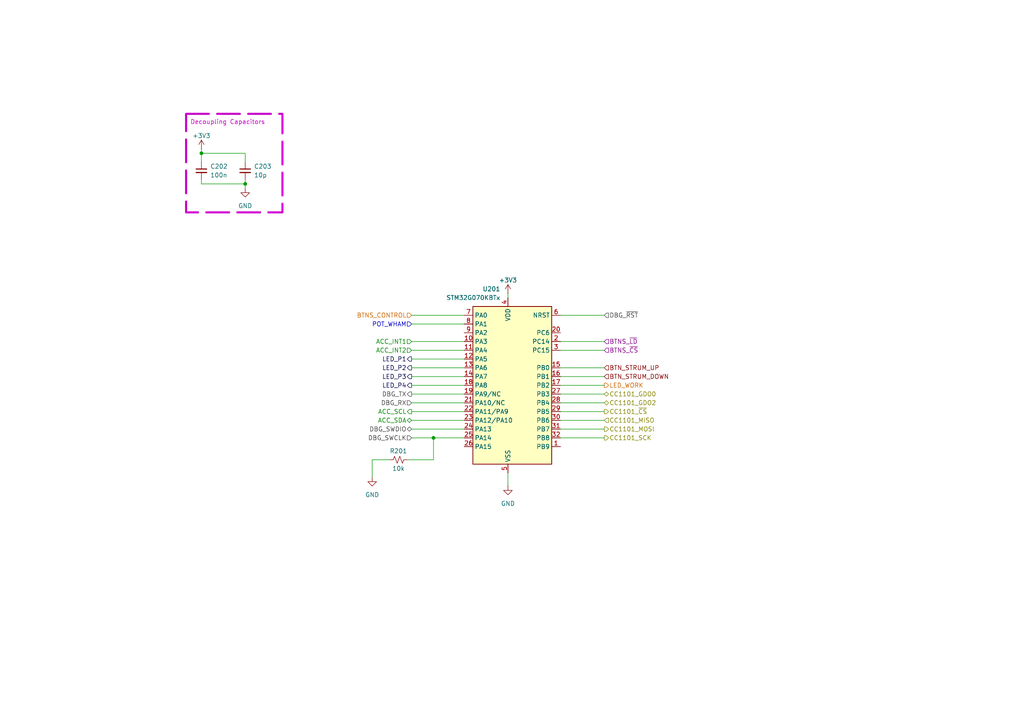
<source format=kicad_sch>
(kicad_sch (version 20231120) (generator "eeschema") (generator_version "8.0")
  (paper "A4")
  (title_block (title "Project Antares - Transmitter Schematic") (date "2024-08-23") (rev "1.0.2") (company "Ourobors Embedded Development") (comment 1 "Pablo Jean Rozario"))
  (lib_symbols
    (symbol "Device:C_Small" (pin_numbers hide) (pin_names (offset 0.254) hide)
      (property "Reference" "C" (at 0.254 1.778 0))
      (property "Value" "C_Small" (at 0.254 -2.032 0))
      (symbol "C_Small_0_1"
        (polyline (pts (xy -1.524 -0.508) (xy 1.524 -0.508)) (stroke (width 0.3302)))
        (polyline (pts (xy -1.524 0.508) (xy 1.524 0.508)) (stroke (width 0.3048)))
      )
      (symbol "C_Small_1_1"
        (pin passive line (at 0 2.54 270) (length 2.032) (name "~") (number "1"))
        (pin passive line (at 0 -2.54 90) (length 2.032) (name "~") (number "2"))
      )
    )
    (symbol "Device:R_Small_US" (pin_numbers hide) (pin_names (offset 0.254) hide)
      (property "Reference" "R" (at 0.762 0.508 0))
      (property "Value" "R_Small_US" (at 0.762 -1.016 0))
      (symbol "R_Small_US_1_1"
        (polyline (pts (xy 0 0) (xy 1.016 -0.381) (xy 0 -0.762) (xy -1.016 -1.143) (xy 0 -1.524)))
        (polyline (pts (xy 0 1.524) (xy 1.016 1.143) (xy 0 0.762) (xy -1.016 0.381) (xy 0 0)))
        (pin passive line (at 0 2.54 270) (length 1.016) (name "~") (number "1"))
        (pin passive line (at 0 -2.54 90) (length 1.016) (name "~") (number "2"))
      )
    )
    (symbol "MCU_ST_STM32G0:STM32G070KBTx"
      (property "Reference" "U" (at -10.16 24.13 0))
      (property "Value" "STM32G070KBTx" (at 5.08 24.13 0))
      (symbol "STM32G070KBTx_0_1"
        (rectangle (start -10.16 -22.86) (end 12.7 22.86) (stroke (width 0.254)) (fill (type background)))
      )
      (symbol "STM32G070KBTx_1_1"
        (pin bidirectional line (at -12.7 -17.78 0) (length 2.54) (name "PB9") (number "1"))
        (pin bidirectional line (at 15.24 12.7 180) (length 2.54) (name "PA3") (number "10"))
        (pin bidirectional line (at 15.24 10.16 180) (length 2.54) (name "PA4") (number "11"))
        (pin bidirectional line (at 15.24 7.62 180) (length 2.54) (name "PA5") (number "12"))
        (pin bidirectional line (at 15.24 5.08 180) (length 2.54) (name "PA6") (number "13"))
        (pin bidirectional line (at 15.24 2.54 180) (length 2.54) (name "PA7") (number "14"))
        (pin bidirectional line (at -12.7 5.08 0) (length 2.54) (name "PB0") (number "15"))
        (pin bidirectional line (at -12.7 2.54 0) (length 2.54) (name "PB1") (number "16"))
        (pin bidirectional line (at -12.7 0 0) (length 2.54) (name "PB2") (number "17"))
        (pin bidirectional line (at 15.24 0 180) (length 2.54) (name "PA8") (number "18"))
        (pin bidirectional line (at 15.24 -2.54 180) (length 2.54) (name "PA9/NC") (number "19"))
        (pin bidirectional line (at -12.7 12.7 0) (length 2.54) (name "PC14") (number "2"))
        (pin bidirectional line (at -12.7 15.24 0) (length 2.54) (name "PC6") (number "20"))
        (pin bidirectional line (at 15.24 -5.08 180) (length 2.54) (name "PA10/NC") (number "21"))
        (pin bidirectional line (at 15.24 -7.62 180) (length 2.54) (name "PA11/PA9") (number "22"))
        (pin bidirectional line (at 15.24 -10.16 180) (length 2.54) (name "PA12/PA10") (number "23"))
        (pin bidirectional line (at 15.24 -12.7 180) (length 2.54) (name "PA13") (number "24"))
        (pin bidirectional line (at 15.24 -15.24 180) (length 2.54) (name "PA14") (number "25"))
        (pin bidirectional line (at 15.24 -17.78 180) (length 2.54) (name "PA15") (number "26"))
        (pin bidirectional line (at -12.7 -2.54 0) (length 2.54) (name "PB3") (number "27"))
        (pin bidirectional line (at -12.7 -5.08 0) (length 2.54) (name "PB4") (number "28"))
        (pin bidirectional line (at -12.7 -7.62 0) (length 2.54) (name "PB5") (number "29"))
        (pin bidirectional line (at -12.7 10.16 0) (length 2.54) (name "PC15") (number "3"))
        (pin bidirectional line (at -12.7 -10.16 0) (length 2.54) (name "PB6") (number "30"))
        (pin bidirectional line (at -12.7 -12.7 0) (length 2.54) (name "PB7") (number "31"))
        (pin bidirectional line (at -12.7 -15.24 0) (length 2.54) (name "PB8") (number "32"))
        (pin power_in line (at 2.54 25.4 270) (length 2.54) (name "VDD") (number "4"))
        (pin power_in line (at 2.54 -25.4 90) (length 2.54) (name "VSS") (number "5"))
        (pin input line (at -12.7 20.32 0) (length 2.54) (name "NRST") (number "6"))
        (pin bidirectional line (at 15.24 20.32 180) (length 2.54) (name "PA0") (number "7"))
        (pin bidirectional line (at 15.24 17.78 180) (length 2.54) (name "PA1") (number "8"))
        (pin bidirectional line (at 15.24 15.24 180) (length 2.54) (name "PA2") (number "9"))
      )
    )
    (symbol "power:+3V3" (power) (pin_numbers hide) (pin_names (offset 0) hide)
      (property "Value" "+3V3" (at 0 3.556 0))
      (symbol "+3V3_0_1"
        (polyline (pts (xy -0.762 1.27) (xy 0 2.54)))
        (polyline (pts (xy 0 0) (xy 0 2.54)))
        (polyline (pts (xy 0 2.54) (xy 0.762 1.27)))
      )
      (symbol "+3V3_1_1"
        (pin power_in line (at 0 0 90) (length 0) (name "~") (number "1"))
      )
    )
    (symbol "power:GND" (power) (pin_numbers hide) (pin_names (offset 0) hide)
      (property "Value" "GND" (at 0 -3.81 0))
      (symbol "GND_0_1"
        (polyline (pts (xy 0 0) (xy 0 -1.27) (xy 1.27 -1.27) (xy 0 -2.54) (xy -1.27 -1.27) (xy 0 -1.27)))
      )
      (symbol "GND_1_1"
        (pin power_in line (at 0 0 270) (length 0) (name "~") (number "1"))
      )
    )
  )
  (junction (at 71.12 53.34))
  (junction (at 125.73 127))
  (junction (at 58.42 44.45))
  (wire (pts (xy 119.38 104.14) (xy 134.62 104.14)))
  (wire (pts (xy 162.56 121.92) (xy 175.26 121.92)))
  (wire (pts (xy 147.32 137.16) (xy 147.32 140.97)))
  (wire (pts (xy 119.38 114.3) (xy 134.62 114.3)))
  (wire (pts (xy 119.38 119.38) (xy 134.62 119.38)))
  (wire (pts (xy 162.56 127) (xy 175.26 127)))
  (wire (pts (xy 58.42 44.45) (xy 58.42 46.99)))
  (wire (pts (xy 162.56 91.44) (xy 175.26 91.44)))
  (wire (pts (xy 119.38 121.92) (xy 134.62 121.92)))
  (wire (pts (xy 71.12 46.99) (xy 71.12 44.45)))
  (wire (pts (xy 119.38 91.44) (xy 134.62 91.44)))
  (wire (pts (xy 119.38 109.22) (xy 134.62 109.22)))
  (wire (pts (xy 119.38 93.98) (xy 134.62 93.98)))
  (wire (pts (xy 71.12 53.34) (xy 71.12 54.61)))
  (wire (pts (xy 125.73 127) (xy 134.62 127)))
  (wire (pts (xy 162.56 106.68) (xy 175.26 106.68)))
  (wire (pts (xy 107.95 133.35) (xy 107.95 138.43)))
  (wire (pts (xy 58.42 52.07) (xy 58.42 53.34)))
  (wire (pts (xy 162.56 124.46) (xy 175.26 124.46)))
  (wire (pts (xy 162.56 114.3) (xy 175.26 114.3)))
  (wire (pts (xy 162.56 119.38) (xy 175.26 119.38)))
  (wire (pts (xy 162.56 101.6) (xy 175.26 101.6)))
  (wire (pts (xy 119.38 111.76) (xy 134.62 111.76)))
  (wire (pts (xy 71.12 53.34) (xy 58.42 53.34)))
  (wire (pts (xy 162.56 116.84) (xy 175.26 116.84)))
  (wire (pts (xy 71.12 52.07) (xy 71.12 53.34)))
  (wire (pts (xy 162.56 111.76) (xy 175.26 111.76)))
  (wire (pts (xy 71.12 44.45) (xy 58.42 44.45)))
  (wire (pts (xy 119.38 106.68) (xy 134.62 106.68)))
  (wire (pts (xy 113.03 133.35) (xy 107.95 133.35)))
  (wire (pts (xy 58.42 43.18) (xy 58.42 44.45)))
  (wire (pts (xy 119.38 99.06) (xy 134.62 99.06)))
  (wire (pts (xy 162.56 109.22) (xy 175.26 109.22)))
  (wire (pts (xy 118.11 133.35) (xy 125.73 133.35)))
  (wire (pts (xy 119.38 127) (xy 125.73 127)))
  (wire (pts (xy 147.32 85.09) (xy 147.32 86.36)))
  (wire (pts (xy 119.38 101.6) (xy 134.62 101.6)))
  (wire (pts (xy 119.38 116.84) (xy 134.62 116.84)))
  (wire (pts (xy 119.38 124.46) (xy 134.62 124.46)))
  (wire (pts (xy 162.56 99.06) (xy 175.26 99.06)))
  (wire (pts (xy 125.73 133.35) (xy 125.73 127)))
  (rectangle (start 53.975 33.02) (end 81.915 61.595) (stroke (width 0.6) (type dash) (color 194 0 194 1)))
  (text "Decoupling Capacitors" (at 66.04 35.56 0) (effects (font (size 1.27 1.27))))
  (hierarchical_label "CC1101_MISO" (shape input) (at 175.26 121.92 0))
  (hierarchical_label "DBG_TX" (shape output) (at 119.38 114.3 180))
  (hierarchical_label "LED_P4" (shape output) (at 119.38 111.76 180))
  (hierarchical_label "BTNS_~{CS}" (shape input) (at 175.26 101.6 0))
  (hierarchical_label "CC1101_~{CS}" (shape output) (at 175.26 119.38 0))
  (hierarchical_label "DBG_RX" (shape input) (at 119.38 116.84 180))
  (hierarchical_label "CC1101_SCK" (shape output) (at 175.26 127 0))
  (hierarchical_label "BTNS_CONTROL" (shape input) (at 119.38 91.44 180))
  (hierarchical_label "CC1101_MOSI" (shape output) (at 175.26 124.46 0))
  (hierarchical_label "LED_WORK" (shape output) (at 175.26 111.76 0))
  (hierarchical_label "DBG_SWCLK" (shape input) (at 119.38 127 180))
  (hierarchical_label "LED_P2" (shape output) (at 119.38 106.68 180))
  (hierarchical_label "LED_P1" (shape output) (at 119.38 104.14 180))
  (hierarchical_label "ACC_SCL" (shape output) (at 119.38 119.38 180))
  (hierarchical_label "DBG_~{RST}" (shape input) (at 175.26 91.44 0))
  (hierarchical_label "BTN_STRUM_UP" (shape input) (at 175.26 106.68 0))
  (hierarchical_label "DBG_SWDIO" (shape bidirectional) (at 119.38 124.46 180))
  (hierarchical_label "ACC_SDA" (shape bidirectional) (at 119.38 121.92 180))
  (hierarchical_label "ACC_INT1" (shape input) (at 119.38 99.06 180))
  (hierarchical_label "LED_P3" (shape output) (at 119.38 109.22 180))
  (hierarchical_label "BTNS_~{LD}" (shape input) (at 175.26 99.06 0))
  (hierarchical_label "BTN_STRUM_DOWN" (shape input) (at 175.26 109.22 0))
  (hierarchical_label "CC1101_GDO0" (shape bidirectional) (at 175.26 114.3 0))
  (hierarchical_label "CC1101_GDO2" (shape bidirectional) (at 175.26 116.84 0))
  (hierarchical_label "POT_WHAM" (shape input) (at 119.38 93.98 180))
  (hierarchical_label "ACC_INT2" (shape input) (at 119.38 101.6 180))
  (symbol (lib_id "power:GND") (at 71.12 54.61 0) (unit 1)
    (property "Reference" "#PWR0202" (effects (hide yes)))
    (property "Value" "GND" (at 71.12 59.69 0))
    (property "Description" "Power symbol creates a global label with name \"GND\" , ground" (effects (hide yes)))
  )
  (symbol (lib_id "Device:R_Small_US") (at 115.57 133.35 90) (unit 1)
    (property "Reference" "R201" (at 115.57 130.81 90))
    (property "Value" "10k" (at 115.57 135.89 90))
    (property "Footprint" "Resistor_SMD:R_0603_1608Metric" (effects (hide yes)))
    (property "Description" "Resistor, small US symbol" (effects (hide yes)))
    (property "LCSC" "C25804" (effects (hide yes)))
    (property "PN" "0603WAF1002T5E" (effects (hide yes)))
  )
  (symbol (lib_id "Device:C_Small") (at 71.12 49.53 0) (unit 1)
    (property "Reference" "C203" (at 73.66 48.2662 0) (effects (justify left)))
    (property "Value" "10p" (at 73.66 50.8062 0) (effects (justify left)))
    (property "Footprint" "Capacitor_SMD:C_0603_1608Metric" (effects (hide yes)))
    (property "Description" "Unpolarized capacitor, small symbol" (effects (hide yes)))
    (property "LCSC" "C106245" (effects (hide yes)))
    (property "PN" "CC0603JRNPO9BN100" (effects (hide yes)))
  )
  (symbol (lib_id "power:GND") (at 147.32 140.97 0) (unit 1)
    (property "Reference" "#PWR0205" (effects (hide yes)))
    (property "Value" "GND" (at 147.32 146.05 0))
    (property "Description" "Power symbol creates a global label with name \"GND\" , ground" (effects (hide yes)))
  )
  (symbol (lib_id "Device:C_Small") (at 58.42 49.53 0) (unit 1)
    (property "Reference" "C202" (at 60.96 48.2662 0) (effects (justify left)))
    (property "Value" "100n" (at 60.96 50.8062 0) (effects (justify left)))
    (property "Footprint" "Capacitor_SMD:C_0603_1608Metric" (effects (hide yes)))
    (property "Description" "Unpolarized capacitor, small symbol" (effects (hide yes)))
    (property "LCSC" "C14663" (effects (hide yes)))
    (property "PN" "CC0603KRX7R9BB104" (effects (hide yes)))
  )
  (symbol (lib_id "power:+3V3") (at 147.32 85.09 0) (unit 1)
    (property "Reference" "#PWR0204" (effects (hide yes)))
    (property "Value" "+3V3" (at 147.32 81.28 0))
    (property "Description" "Power symbol creates a global label with name \"+3V3\"" (effects (hide yes)))
  )
  (symbol (lib_id "power:GND") (at 107.95 138.43 0) (unit 1)
    (property "Reference" "#PWR0203" (effects (hide yes)))
    (property "Value" "GND" (at 107.95 143.51 0))
    (property "Description" "Power symbol creates a global label with name \"GND\" , ground" (effects (hide yes)))
  )
  (symbol (lib_id "MCU_ST_STM32G0:STM32G070KBTx") (at 149.86 111.76 0) (mirror y) (unit 1)
    (property "Reference" "U201" (at 145.1259 83.82 0) (effects (justify left)))
    (property "Value" "STM32G070KBTx" (at 145.1259 86.36 0) (effects (justify left)))
    (property "Footprint" "Package_QFP:LQFP-32_7x7mm_P0.8mm" (effects (hide yes)))
    (property "Datasheet" "https://www.st.com/resource/en/datasheet/stm32g070kb.pdf" (effects (hide yes)))
    (property "Description" "STMicroelectronics Arm Cortex-M0+ MCU, 128KB flash, 36KB RAM, 64 MHz, 2.0-3.6V, 29 GPIO, LQFP32" (effects (hide yes)))
    (property "LCSC" "C529339" (effects (hide yes)))
    (property "PN" "STM32G070KBT6" (effects (hide yes)))
  )
  (symbol (lib_id "power:+3V3") (at 58.42 43.18 0) (unit 1)
    (property "Reference" "#PWR0201" (effects (hide yes)))
    (property "Value" "+3V3" (at 58.42 39.37 0))
    (property "Description" "Power symbol creates a global label with name \"+3V3\"" (effects (hide yes)))
  )
)
</source>
